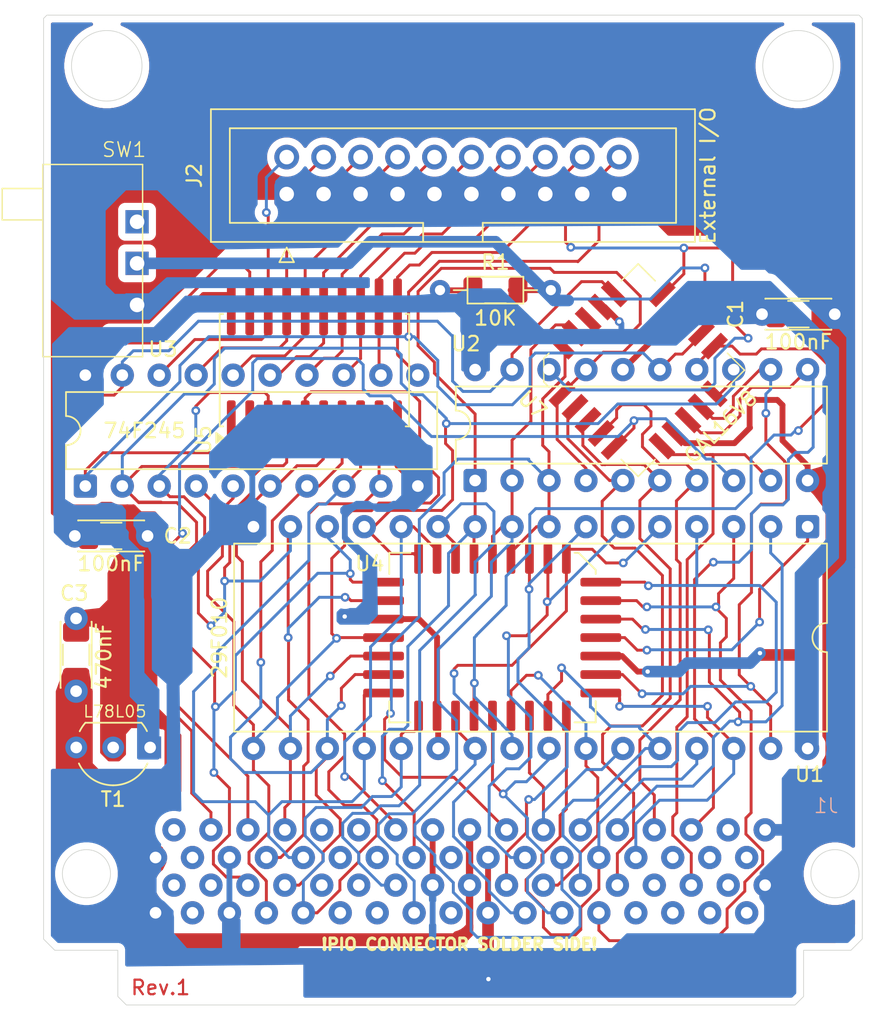
<source format=kicad_pcb>
(kicad_pcb
	(version 20241229)
	(generator "pcbnew")
	(generator_version "9.0")
	(general
		(thickness 1.6)
		(legacy_teardrops no)
	)
	(paper "A4")
	(layers
		(0 "F.Cu" signal)
		(2 "B.Cu" signal)
		(9 "F.Adhes" user "F.Adhesive")
		(11 "B.Adhes" user "B.Adhesive")
		(13 "F.Paste" user)
		(15 "B.Paste" user)
		(5 "F.SilkS" user "F.Silkscreen")
		(7 "B.SilkS" user "B.Silkscreen")
		(1 "F.Mask" user)
		(3 "B.Mask" user)
		(17 "Dwgs.User" user "User.Drawings")
		(19 "Cmts.User" user "User.Comments")
		(21 "Eco1.User" user "User.Eco1")
		(23 "Eco2.User" user "User.Eco2")
		(25 "Edge.Cuts" user)
		(27 "Margin" user)
		(31 "F.CrtYd" user "F.Courtyard")
		(29 "B.CrtYd" user "B.Courtyard")
		(35 "F.Fab" user)
		(33 "B.Fab" user)
		(39 "User.1" user)
		(41 "User.2" user)
		(43 "User.3" user)
		(45 "User.4" user)
	)
	(setup
		(pad_to_mask_clearance 0)
		(allow_soldermask_bridges_in_footprints no)
		(tenting front back)
		(pcbplotparams
			(layerselection 0x00000000_00000000_55555555_5755f5ff)
			(plot_on_all_layers_selection 0x00000000_00000000_00000000_00000000)
			(disableapertmacros no)
			(usegerberextensions no)
			(usegerberattributes yes)
			(usegerberadvancedattributes yes)
			(creategerberjobfile yes)
			(dashed_line_dash_ratio 12.000000)
			(dashed_line_gap_ratio 3.000000)
			(svgprecision 4)
			(plotframeref no)
			(mode 1)
			(useauxorigin no)
			(hpglpennumber 1)
			(hpglpenspeed 20)
			(hpglpendiameter 15.000000)
			(pdf_front_fp_property_popups yes)
			(pdf_back_fp_property_popups yes)
			(pdf_metadata yes)
			(pdf_single_document no)
			(dxfpolygonmode yes)
			(dxfimperialunits yes)
			(dxfusepcbnewfont yes)
			(psnegative no)
			(psa4output no)
			(plot_black_and_white yes)
			(sketchpadsonfab no)
			(plotpadnumbers no)
			(hidednponfab no)
			(sketchdnponfab yes)
			(crossoutdnponfab yes)
			(subtractmaskfromsilk no)
			(outputformat 1)
			(mirror no)
			(drillshape 0)
			(scaleselection 1)
			(outputdirectory "gerbers/")
		)
	)
	(net 0 "")
	(net 1 "unconnected-(J1-DREQ5-Pad3)")
	(net 2 "unconnected-(J1-D11-Pad45)")
	(net 3 "/D7")
	(net 4 "unconnected-(J1-BCLK-Pad33)")
	(net 5 "unconnected-(J1-LRCLK-Pad66)")
	(net 6 "unconnected-(J1-D15-Pad47)")
	(net 7 "unconnected-(J1-D8-Pad10)")
	(net 8 "unconnected-(J1-NC-Pad31)")
	(net 9 "unconnected-(J1-NC-Pad65)")
	(net 10 "unconnected-(J1-~{DACK5}-Pad36)")
	(net 11 "unconnected-(J1-SYSCK-Pad32)")
	(net 12 "unconnected-(J1-D9-Pad44)")
	(net 13 "unconnected-(J1-D14-Pad13)")
	(net 14 "unconnected-(J1-~{IRQ10}-Pad37)")
	(net 15 "unconnected-(J1-+3.5V-Pad51)")
	(net 16 "unconnected-(J1-D12-Pad12)")
	(net 17 "unconnected-(J1-~{RESET}-Pad2)")
	(net 18 "unconnected-(J1-SDIN-Pad67)")
	(net 19 "unconnected-(J1-A21-Pad62)")
	(net 20 "unconnected-(J1-A19-Pad61)")
	(net 21 "unconnected-(J1-A22-Pad29)")
	(net 22 "unconnected-(J1-D13-Pad46)")
	(net 23 "unconnected-(J1-+3.5V-Pad17)")
	(net 24 "/A0")
	(net 25 "unconnected-(J1-~{SWR1}-Pad38)")
	(net 26 "unconnected-(J1-A23-Pad63)")
	(net 27 "unconnected-(J1-D10-Pad11)")
	(net 28 "/XCVR_B0")
	(net 29 "/XCVR_B1")
	(net 30 "/XCVR_B2")
	(net 31 "/XCVR_B3")
	(net 32 "/XCVR_B4")
	(net 33 "/EXT_STROBE")
	(net 34 "/XCVR_B6")
	(net 35 "/A1")
	(net 36 "/XCVR_B5")
	(net 37 "/XCVR_B7")
	(net 38 "/EXT_ACK")
	(net 39 "/~{XCVR_EN}")
	(net 40 "/A2")
	(net 41 "/A5")
	(net 42 "/A3")
	(net 43 "/A4")
	(net 44 "/UNK1")
	(net 45 "/A18")
	(net 46 "/A17")
	(net 47 "/A20")
	(net 48 "/~{CS0}")
	(net 49 "/~{SWR0}")
	(net 50 "/~{SRD}")
	(net 51 "/~{EEPROM_WR}")
	(net 52 "/D0")
	(net 53 "/~{EEPROM_OE}")
	(net 54 "VCC")
	(net 55 "/SWITCH")
	(net 56 "GND")
	(net 57 "/D1")
	(net 58 "/D2")
	(net 59 "/D3")
	(net 60 "/D4")
	(net 61 "/D5")
	(net 62 "unconnected-(SW1-A-Pad1)")
	(net 63 "/A6")
	(net 64 "/D6")
	(net 65 "+7.5V")
	(net 66 "/A7")
	(net 67 "/A9")
	(net 68 "/A8")
	(net 69 "/A10")
	(net 70 "/A11")
	(net 71 "/A12")
	(net 72 "/A13")
	(net 73 "/ROM_P1")
	(net 74 "/A14")
	(net 75 "/A15")
	(net 76 "/A16")
	(footprint "PR_Footprints:C_Disc_1206_P5.00mm" (layer "F.Cu") (at 91.734 92.329))
	(footprint "PR_Footprints:PLCC-32" (layer "F.Cu") (at 121.035093 99.1616 -90))
	(footprint "Connector_IDC:IDC-Header_2x10_P2.54mm_Vertical" (layer "F.Cu") (at 106.299 68.834 90))
	(footprint "PR_Footprints:C_Disc_1206_P5.00mm" (layer "F.Cu") (at 91.821 102.997 90))
	(footprint "PR_Footprints:PLCC-20" (layer "F.Cu") (at 130.556 81.026 45))
	(footprint "Package_DIP:DIP-20_W7.62mm" (layer "F.Cu") (at 92.456 88.9 90))
	(footprint "PR_Footprints:SOP-20" (layer "F.Cu") (at 108.204 80.941 90))
	(footprint "PR_Footprints:C_Disc_1206_P5.00mm" (layer "F.Cu") (at 138.978 77.089))
	(footprint "Package_TO_SOT_THT:TO-92L_Inline_Wide" (layer "F.Cu") (at 96.911 106.865 180))
	(footprint "PR_Footprints:R_Axial_DIN0204_L3.6mm_D1.6mm_P7.62mm_Horizontal" (layer "F.Cu") (at 116.84 75.438))
	(footprint "Package_DIP:DIP-20_W7.62mm" (layer "F.Cu") (at 119.253 88.519 90))
	(footprint "PR_Footprints:SPDT_Switch" (layer "F.Cu") (at 93.1418 73.9648))
	(footprint "Package_DIP:DIP-32_W15.24mm" (layer "F.Cu") (at 142.113 91.694 -90))
	(footprint "PR_Footprints:PIO_Connector" (layer "B.Cu") (at 118.872 114.803 180))
	(gr_poly
		(pts
			(xy 103.296055 61.578133) (xy 103.295213 61.578382) (xy 103.294382 61.578575) (xy 103.293563 61.578711)
			(xy 103.292756 61.57879) (xy 103.291961 61.578813) (xy 103.291177 61.578779) (xy 103.290405 61.578688)
			(xy 103.289645 61.57854) (xy 103.288897 61.578335) (xy 103.288161 61.578074) (xy 103.287436 61.577756)
			(xy 103.286724 61.577381) (xy 103.286022 61.57695) (xy 103.285333 61.576462) (xy 103.284656 61.575917)
			(xy 103.28399 61.575315) (xy 103.285975 61.574323)
		)
		(stroke
			(width 0)
			(type solid)
		)
		(fill yes)
		(layer "F.Cu")
		(uuid "00bcb21b-45ef-4317-945a-261dee7f17e3")
	)
	(gr_line
		(start 101.03998 60.864314)
		(end 100.964137 60.838755)
		(stroke
			(width 0.007937)
			(type solid)
			(color 122 182 80 1)
		)
		(layer "F.Cu")
		(uuid "0489255a-8fbf-47bf-8120-19c0b16c7835")
	)
	(gr_line
		(start 100.697238 60.754974)
		(end 100.670568 60.745529)
		(stroke
			(width 0.007937)
			(type solid)
			(color 122 182 80 1)
		)
		(layer "F.Cu")
		(uuid "04d3296c-8b55-4213-b854-68ee6d71c7dc")
	)
	(gr_line
		(start 100.841225 60.799424)
		(end 100.826501 60.796289)
		(stroke
			(width 0.007937)
			(type solid)
			(color 54 167 110 1)
		)
		(layer "F.Cu")
		(uuid "058d7517-b934-435d-8226-8b1bd7a34981")
	)
	(gr_line
		(start 103.540133 61.655523)
		(end 103.532037 61.652706)
		(stroke
			(width 0.007937)
			(type solid)
			(color 73 168 100 1)
		)
		(layer "F.Cu")
		(uuid "072182a4-9b2a-48a3-bd09-794aa458699e")
	)
	(gr_line
		(start 101.89592 61.133474)
		(end 101.894769 61.134625)
		(stroke
			(width 0.007937)
			(type solid)
			(color 127 165 52 1)
		)
		(layer "F.Cu")
		(uuid "07b89b68-a6b4-4c5d-8bce-fd51e38713f2")
	)
	(gr_line
		(start 103.571725 61.666597)
		(end 103.562795 61.663303)
		(stroke
			(width 0.007937)
			(type solid)
			(color 122 182 80 1)
		)
		(layer "F.Cu")
		(uuid "07ff6185-2369-4e35-b34f-274d1914fa9b")
	)
	(gr_line
		(start 103.385193 61.607065)
		(end 103.36535 61.599802)
		(stroke
			(width 0.007937)
			(type solid)
			(color 122 182 80 1)
		)
		(layer "F.Cu")
		(uuid "083b993d-1eeb-4826-a12e-b7f197ab56c3")
	)
	(gr_curve
		(pts
			(xy 102.057488 60.900786) (xy 102.057408 60.894198) (xy 102.059829 60.884554) (xy 102.057488 60.875664)
		)
		(stroke
			(width 0.007937)
			(type solid)
			(color 111 85 100 1)
		)
		(layer "F.Cu")
		(uuid "0984da8b-5278-4e30-88ea-9613f813459c")
	)
	(gr_line
		(start 101.89592 61.133474)
		(end 101.85524 61.121886)
		(stroke
			(width 0.007937)
			(type solid)
			(color 54 167 110 1)
		)
		(layer "F.Cu")
		(uuid "09de9327-c976-4220-b694-395260de882f")
	)
	(gr_line
		(start 100.360014 60.646151)
		(end 100.357712 60.646032)
		(stroke
			(width 0.007937)
			(type solid)
			(color 122 182 80 1)
		)
		(layer "F.Cu")
		(uuid "0a1e9b56-ed52-4081-b450-9bc2e56bf62e")
	)
	(gr_line
		(start 101.894769 61.134625)
		(end 101.906675 61.138594)
		(stroke
			(width 0.007937)
			(type solid)
			(color 195 180 22 1)
		)
		(layer "F.Cu")
		(uuid "0aedf6fb-6fb1-416e-ac0e-90deb28a70aa")
	)
	(gr_line
		(start 103.584623 61.67124)
		(end 103.606451 61.677193)
		(stroke
			(width 0.007937)
			(type solid)
			(color 195 180 22 1)
		)
		(layer "F.Cu")
		(uuid "0af3c0e8-6a71-4150-9e49-4e74935397bd")
	)
	(gr_poly
		(pts
			(xy 103.727498 61.714896) (xy 103.726772 61.71514) (xy 103.726051 61.715338) (xy 103.725337 61.71549)
			(xy 103.724628 61.715595) (xy 103.723925 61.715654) (xy 103.723229 61.715666) (xy 103.722538 61.715631)
			(xy 103.721853 61.71555) (xy 103.721173 61.715423) (xy 103.7205 61.715249) (xy 103.719833 61.715029)
			(xy 103.719171 61.714762) (xy 103.718516 61.714448) (xy 103.717866 61.714088) (xy 103.717222 61.713682)
			(xy 103.716584 61.713229) (xy 103.71956 61.711919)
		)
		(stroke
			(width 0)
			(type solid)
		)
		(fill yes)
		(layer "F.Cu")
		(uuid "0baf3549-35cb-4912-bcfa-6f589de9d6ad")
	)
	(gr_line
		(start 103.606451 61.677193)
		(end 103.585615 61.669573)
		(stroke
			(width 0.007937)
			(type solid)
			(color 73 168 100 1)
		)
		(layer "F.Cu")
		(uuid "0c373892-9000-4f8b-9f1c-e533cc6903bf")
	)
	(gr_line
		(start 101.766102 61.091961)
		(end 101.756021 61.090135)
		(stroke
			(width 0.007937)
			(type solid)
			(color 54 167 110 1)
		)
		(layer "F.Cu")
		(uuid "0d7321b3-c402-49d4-81b3-9707fb6c55ca")
	)
	(gr_line
		(start 100.350131 60.645357)
		(end 100.314373 60.632419)
		(stroke
			(width 0.007937)
			(type solid)
			(color 122 182 80 1)
		)
		(layer "F.Cu")
		(uuid "1069d95f-f67f-42bf-b6e4-49e7e3845d4d")
	)
	(gr_poly
		(pts
			(xy 100.756726 60.772802) (xy 100.763442 60.774213) (xy 100.770091 60.775877) (xy 100.776673 60.777795)
			(xy 100.783188 60.779965) (xy 100.789636 60.782388) (xy 100.796017 60.785065) (xy 100.802331 60.787994)
			(xy 100.795531 60.786819) (xy 100.788802 60.785395) (xy 100.782146 60.783723) (xy 100.775562 60.781803)
			(xy 100.769049 60.779635) (xy 100.762609 60.777219) (xy 100.75624 60.774555) (xy 100.749943 60.771643)
		)
		(stroke
			(width 0)
			(type solid)
		)
		(fill yes)
		(layer "F.Cu")
		(uuid "10cdf303-fec9-4ad2-991b-d09e1034b032")
	)
	(gr_line
		(start 103.479451 61.636513)
		(end 103.458615 61.630877)
		(stroke
			(width 0.007937)
			(type solid)
			(color 54 167 110 1)
		)
		(layer "F.Cu")
		(uuid "12290ffb-e8fa-4d3a-9d60-f24f4f9db71b")
	)
	(gr_line
		(start 100.470147 60.681354)
		(end 100.466178 60.682346)
		(stroke
			(width 0.007937)
			(type solid)
			(color 127 165 52 1)
		)
		(layer "F.Cu")
		(uuid "124c17a6-dd1d-439a-a06b-40d117088932")
	)
	(gr_poly
		(pts
			(xy 101.996012 61.166381) (xy 101.998015 61.16646) (xy 101.999998 61.166611) (xy 102.00196 61.166834)
			(xy 102.003902 61.167129) (xy 102.005823 61.167497) (xy 102.007724 61.167937) (xy 102.009605 61.168449)
			(xy 102.011465 61.169033) (xy 102.013304 61.16969) (xy 102.015123 61.170418) (xy 102.016922 61.171219)
			(xy 102.0187 61.172093) (xy 102.020458 61.173038) (xy 102.022195 61.174056) (xy 102.023912 61.175146)
			(xy 102.020015 61.174558) (xy 102.016163 61.173824) (xy 102.012355 61.172945) (xy 102.008593 61.171921)
			(xy 102.004874 61.170752) (xy 102.001201 61.169438) (xy 101.997572 61.167979) (xy 101.993988 61.166375)
		)
		(stroke
			(width 0)
			(type solid)
		)
		(fill yes)
		(layer "F.Cu")
		(uuid "136b007d-71d8-4dbb-9ef7-e228e245d595")
	)
	(gr_line
		(start 105.469819 61.267459)
		(end 104.536131 60.97782)
		(stroke
			(width 0.007937)
			(type solid)
			(color 25 140 169 1)
		)
		(layer "F.Cu")
		(uuid "13bf84ef-5a40-488c-8092-963b84915446")
	)
	(gr_line
		(start 103.779925 61.731922)
		(end 103.768178 61.728945)
		(stroke
			(width 0.007937)
			(type solid)
			(color 73 168 100 1)
		)
		(layer "F.Cu")
		(uuid "156f1c45-3641-44c2-b3c5-fef414b21302")
	)
	(gr_line
		(start 101.756021 61.090135)
		(end 101.766102 61.091961)
		(stroke
			(width 0.007937)
			(type solid)
			(color 175 179 32 1)
		)
		(layer "F.Cu")
		(uuid "1694eb9c-cb66-4096-8ce1-66c185b0ab0f")
	)
	(gr_line
		(start 100.250873 60.613568)
		(end 100.23218 60.607774)
		(stroke
			(width 0.007937)
			(type solid)
			(color 73 168 100 1)
		)
		(layer "F.Cu")
		(uuid "1770da3e-1542-47c9-9669-9ac5a13bb06b")
	)
	(gr_line
		(start 100.826501 60.796289)
		(end 100.802331 60.787994)
		(stroke
			(width 0.007937)
			(type solid)
			(color 122 182 80 1)
		)
		(layer "F.Cu")
		(uuid "18baf0fd-e086-41ed-acc7-18dd659c682e")
	)
	(gr_line
		(start 102.058004 61.187211)
		(end 102.057488 60.900786)
		(stroke
			(width 0.007937)
			(type solid)
			(color 111 85 100 1)
		)
		(layer "F.Cu")
		(uuid "19ed30f3-e1c4-4b50-816b-d8871e3f4858")
	)
	(gr_line
		(start 103.727498 61.714896)
		(end 103.71956 61.711919)
		(stroke
			(width 0.007937)
			(type solid)
			(color 73 168 100 1)
		)
		(layer "F.Cu")
		(uuid "19ee8ac3-d02d-4068-82f2-b37f18a0b10d")
	)
	(gr_poly
		(pts
			(xy 103.637013 61.686307) (xy 103.64083 61.68702) (xy 103.644613 61.687865) (xy 103.648361 61.688841)
			(xy 103.652074 61.689949) (xy 103.655753 61.691188) (xy 103.659397 61.692558) (xy 103.663006 61.69406)
			(xy 103.661043 61.694028) (xy 103.659093 61.69393) (xy 103.657156 61.693767) (xy 103.655232 61.693539)
			(xy 103.653321 61.693246) (xy 103.651423 61.692888) (xy 103.649538 61.692465) (xy 103.647667 61.691977)
			(xy 103.645808 61.691423) (xy 103.643962 61.690804) (xy 103.642129 61.690121) (xy 103.640309 61.689372)
			(xy 103.638503 61.688558) (xy 103.636709 61.687679) (xy 103.634928 61.686735) (xy 103.633161 61.685726)
		)
		(stroke
			(width 0)
			(type solid)
		)
		(fill yes)
		(layer "F.Cu")
		(uuid "1d902126-e390-436a-821d-b121674c06b5")
	)
	(gr_line
		(start 103.585615 61.669573)
		(end 103.584623 61.67124)
		(stroke
			(width 0.007937)
			(type solid)
			(color 127 165 52 1)
		)
		(layer "F.Cu")
		(uuid "1f2565f2-9a4b-4ca8-842d-7036b2258e62")
	)
	(gr_poly
		(pts
			(xy 100.831434 60.796033) (xy 100.832385 60.796116) (xy 100.833323 60.796245) (xy 100.83425 60.796418)
			(xy 100.835164 60.796637) (xy 100.836066 60.7969) (xy 100.836956 60.797208) (xy 100.837834 60.797562)
			(xy 100.8387 60.79796) (xy 100.839553 60.798403) (xy 100.840395 60.798891) (xy 100.841225 60.799424)
			(xy 100.838248 60.800417) (xy 100.826501 60.796289) (xy 100.827512 60.796148) (xy 100.82851 60.796052)
			(xy 100.829497 60.796) (xy 100.830472 60.795994)
		)
		(stroke
			(width 0)
			(type solid)
		)
		(fill yes)
		(layer "F.Cu")
		(uuid "1f649d73-2916-4d59-acf5-7adf62fab87d")
	)
	(gr_line
		(start 103.768178 61.728945)
		(end 103.779925 61.731922)
		(stroke
			(width 0.007937)
			(type solid)
			(color 195 180 22 1)
		)
		(layer "F.Cu")
		(uuid "20ed37d6-a907-4afb-89d4-03186f5cdecf")
	)
	(gr_line
		(start 103.088688 60.526414)
		(end 103.087775 60.531375)
		(stroke
			(width 0.007937)
			(type solid)
			(color 111 85 100 1)
		)
		(layer "F.Cu")
		(uuid "215554dd-1f5c-400b-b184-fe5510034f46")
	)
	(gr_poly
		(pts
			(xy 103.271621 61.570324) (xy 103.272773 61.570394) (xy 103.273918 61.570503) (xy 103.275054 61.570652)
			(xy 103.276183 61.57084) (xy 103.277303 61.571069) (xy 103.278415 61.571336) (xy 103.279519 61.571644)
			(xy 103.280615 61.571991) (xy 103.281703 61.572378) (xy 103.282783 61.572805) (xy 103.283855 61.573271)
			(xy 103.284919 61.573777) (xy 103.285975 61.574323) (xy 103.28399 61.575315) (xy 103.282942 61.575203)
			(xy 103.281902 61.575064) (xy 103.280868 61.574899) (xy 103.279843 61.574708) (xy 103.278825 61.57449)
			(xy 103.277814 61.574246) (xy 103.27681 61.573975) (xy 103.275815 61.573678) (xy 103.274826 61.573355)
			(xy 103.273845 61.573005) (xy 103.272871 61.572629) (xy 103.271905 61.572227) (xy 103.270947 61.571798)
			(xy 103.269995 61.571343) (xy 103.269051 61.570862) (xy 103.268115 61.570354) (xy 103.269292 61.570304)
			(xy 103.27046 61.570295)
		)
		(stroke
			(width 0)
			(type solid)
		)
		(fill yes)
		(layer "F.Cu")
		(uuid "2222cb6d-3d5f-418d-802a-2a925aaa9a3b")
	)
	(gr_line
		(start 103.385193 61.607065)
		(end 103.398092 61.612026)
		(stroke
			(width 0.007937)
			(type solid)
			(color 175 179 32 1)
		)
		(layer "F.Cu")
		(uuid "269c34bd-8f8e-49de-b1d9-c0a462225fb5")
	)
	(gr_poly
		(pts
			(xy 101.896734 61.133531) (xy 101.897529 61.133624) (xy 101.898305 61.133751) (xy 101.899063 61.133913)
			(xy 101.899801 61.134111) (xy 101.90052 61.134343) (xy 101.901221 61.13461) (xy 101.901903 61.134913)
			(xy 101.902566 61.13525) (xy 101.903209 61.135623) (xy 101.903834 61.13603) (xy 101.90444 61.136473)
			(xy 101.905028 61.136951) (xy 101.905596 61.137463) (xy 101.906145 61.138011) (xy 101.906675 61.138594)
			(xy 101.905824 61.138597) (xy 101.904987 61.138566) (xy 101.904165 61.138503) (xy 101.903356 61.138405)
			(xy 101.902562 61.138274) (xy 101.901783 61.13811) (xy 101.901017 61.137912) (xy 101.900266 61.137681)
			(xy 101.899529 61.137416) (xy 101.898806 61.137118) (xy 101.898098 61.136786) (xy 101.897403 61.136421)
			(xy 101.896723 61.136022) (xy 101.896058 61.13559) (xy 101.895406 61.135124) (xy 101.894769 61.134625)
			(xy 101.89592 61.133474)
		)
		(stroke
			(width 0)
			(type solid)
		)
		(fill yes)
		(layer "F.Cu")
		(uuid "281c2de9-2f47-4dac-860e-823531ab058a")
	)
	(gr_line
		(start 103.36535 61.599802)
		(end 103.357412 61.597143)
		(stroke
			(width 0.007937)
			(type solid)
			(color 73 168 100 1)
		)
		(layer "F.Cu")
		(uuid "294ec5f4-8aa4-4fae-96dc-4e166d8327e4")
	)
	(gr_line
		(start 101.839206 61.115774)
		(end 101.85524 61.121885)
		(stroke
			(width 0.007937)
			(type solid)
			(color 122 182 80 1)
		)
		(layer "F.Cu")
		(uuid "29bf9e01-29ce-4339-8083-55a093bf53da")
	)
	(gr_line
		(start 103.684834 61.702315)
		(end 103.663006 61.694061)
		(stroke
			(width 0.007937)
			(type solid)
			(color 122 182 80 1)
		)
		(layer "F.Cu")
		(uuid "29fe78e4-3181-47c5-bb07-4ff0d5946f5d")
	)
	(gr_line
		(start 100.466178 60.682346)
		(end 100.491975 60.688974)
		(stroke
			(width 0.007937)
			(type solid)
			(color 195 180 22 1)
		)
		(layer "F.Cu")
		(uuid "2a3d7ce2-414d-4ae6-8dac-00e9c3f1c5d5")
	)
	(gr_line
		(start 100.529678 60.70219)
		(end 100.540751 60.704016)
		(stroke
			(width 0.007937)
			(type solid)
			(color 175 179 32 1)
		)
		(layer "F.Cu")
		(uuid "2a89c027-0d5f-4c8b-8d43-2d83b715f64a")
	)
	(gr_line
		(start 101.839206 61.115774)
		(end 101.806623 61.106685)
		(stroke
			(width 0.007937)
			(type solid)
			(color 54 167 110 1)
		)
		(layer "F.Cu")
		(uuid "2b903f3c-5730-475b-9abf-929efc5ecb9d")
	)
	(gr_line
		(start 100.611871 60.72763)
		(end 100.576311 60.717073)
		(stroke
			(width 0.007937)
			(type solid)
			(color 54 167 110 1)
		)
		(layer "F.Cu")
		(uuid "2cd2fa77-5a3f-4f57-847b-673cdb050ea5")
	)
	(gr_line
		(start 103.758256 61.726128)
		(end 103.768178 61.728945)
		(stroke
			(width 0.007937)
			(type solid)
			(color 175 179 32 1)
		)
		(layer "F.Cu")
		(uuid "2d5a5b0e-263b-432d-b4b0-fe000043d099")
	)
	(gr_line
		(start 102.057488 60.500617)
		(end 102.057567 60.203041)
		(stroke
			(width 0.007937)
			(type solid)
			(color 111 85 100 1)
		)
		(layer "F.Cu")
		(uuid "2eaf9619-f752-453e-b5d2-e52c6420805d")
	)
	(gr_poly
		(pts
			(xy 103.36535 61.599802) (xy 103.36465 61.599982) (xy 103.363962 61.600124) (xy 103.363284 61.600228)
			(xy 103.362616 61.600294) (xy 103.361959 61.600322) (xy 103.361313 61.600313) (xy 103.360677 61.600265)
			(xy 103.360051 61.60018) (xy 103.359436 61.600057) (xy 103.358832 61.599896) (xy 103.358238 61.599697)
			(xy 103.357655 61.59946) (xy 103.357082 61.599186) (xy 103.35652 61.598874) (xy 103.355969 61.598524)
			(xy 103.355428 61.598136) (xy 103.357412 61.597143)
		)
		(stroke
			(width 0)
			(type solid)
		)
		(fill yes)
		(layer "F.Cu")
		(uuid "3147e5af-d8c6-4c44-986b-773cd0d033f5")
	)
	(gr_line
		(start 101.693514 61.070292)
		(end 101.710381 61.074935)
		(stroke
			(width 0.007937)
			(type solid)
			(color 175 179 32 1)
		)
		(layer "F.Cu")
		(uuid "3395e83a-cef0-438d-9a01-1cc251794a0a")
	)
	(gr_line
		(start 103.997532 60.81018)
		(end 103.995587 60.806767)
		(stroke
			(width 0.007937)
			(type solid)
			(color 25 140 169 1)
		)
		(layer "F.Cu")
		(uuid "345ab2b9-19c5-49da-91d7-6ccab78076b8")
	)
	(gr_poly
		(pts
			(xy 103.401068 61.611034) (xy 103.419086 61.616828) (xy 103.418661 61.617211) (xy 103.41845 61.617384)
			(xy 103.418239 61.617544) (xy 103.41803 61.617693) (xy 103.41782 61.617829) (xy 103.417612 61.617954)
			(xy 103.417405 61.618066) (xy 103.417198 61.618166) (xy 103.416992 61.618254) (xy 103.416787 61.618329)
			(xy 103.416582 61.618393) (xy 103.416379 61.618444) (xy 103.416176 61.618483) (xy 103.415974 61.61851)
			(xy 103.415772 61.618525) (xy 103.415572 61.618527) (xy 103.415372 61.618518) (xy 103.415173 61.618496)
			(xy 103.414975 61.618462) (xy 103.414777 61.618416) (xy 103.414581 61.618358) (xy 103.414385 61.618287)
			(xy 103.41419 61.618205) (xy 103.413995 61.61811) (xy 103.413802 61.618003) (xy 103.413609 61.617884)
			(xy 103.413417 61.617753) (xy 103.413226 61.617609) (xy 103.413035 61.617454) (xy 103.412846 61.617286)
			(xy 103.412657 61.617106) (xy 103.412529 61.616989) (xy 103.412397 61.616877) (xy 103.41226 61.616772)
			(xy 103.412119 61.616672) (xy 103.411973 61.616579) (xy 103.411824 61.616493) (xy 103.41167 61.616412)
			(xy 103.411513 61.616339) (xy 103.411353 61.616271) (xy 103.41119 61.616211) (xy 103.411023 61.616157)
			(xy 103.410855 61.616111) (xy 103.410683 61.616071) (xy 103.41051 61.616038) (xy 103.410334 61.616013)
			(xy 103.410156 61.615994) (xy 103.409347 61.615923) (xy 103.408544 61.615828) (xy 103.407749 61.61571)
			(xy 103.406962 61.615568) (xy 103.406182 61.615402) (xy 103.405409 61.615213) (xy 103.404644 61.615)
			(xy 103.403886 61.614764) (xy 103.403136 61.614504) (xy 103.402393 61.614221) (xy 103.401657 61.613914)
			(xy 103.400929 61.613583) (xy 103.400209 61.613229) (xy 103.399496 61.612852) (xy 103.39879 61.61245)
			(xy 103.398092 61.612026) (xy 103.401068 61.611034)
		)
		(stroke
			(width 0)
			(type solid)
		)
		(fill yes)
		(layer "F.Cu")
		(uuid "34e486b4-0d58-42fc-8aa3-7176a7761266")
	)
	(gr_line
		(start 103.716584 61.713229)
		(end 103.727498 61.714896)
		(stroke
			(width 0.007937)
			(type solid)
			(color 195 180 22 1)
		)
		(layer "F.Cu")
		(uuid "35126661-f99c-46dc-9b4e-934a96c72212")
	)
	(gr_line
		(start 103.086664 62.085894)
		(end 103.089363 62.099031)
		(stroke
			(width 0.007937)
			(type solid)
			(color 233 97 22 1)
		)
		(layer "F.Cu")
		(uuid "36845a74-87b9-435a-84ee-255ee64e7f92")
	)
	(gr_line
		(start 103.663006 61.69406)
		(end 103.633161 61.685726)
		(stroke
			(width 0.007937)
			(type solid)
			(color 54 167 110 1)
		)
		(layer "F.Cu")
		(uuid "36d60761-a46a-4d20-b3aa-3e40a87cdcf1")
	)
	(gr_curve
		(pts
			(xy 103.086704 61.117401) (xy 103.086704 61.119504) (xy 103.087577 61.120536) (xy 103.087696 61.122719)
		)
		(stroke
			(width 0.007937)
			(type solid)
			(color 111 85 100 1)
		)
		(layer "F.Cu")
		(uuid "37144819-2629-4fe1-8b02-418ceb8c066c")
	)
	(gr_poly
		(pts
			(xy 100.274602 60.619823) (xy 100.275556 60.619871) (xy 100.276505 60.619945) (xy 100.277448 60.620045)
			(xy 100.278386 60.620172) (xy 100.279319 60.620325) (xy 100.280247 60.620504) (xy 100.281169 60.62071)
			(xy 100.282086 60.620942) (xy 100.282998 60.6212) (xy 100.283904 60.621485) (xy 100.284805 60.621796)
			(xy 100.285701 60.622134) (xy 100.286592 60.622497) (xy 100.281631 60.623807) (xy 100.271709 60.619838)
			(xy 100.272679 60.619807) (xy 100.273643 60.619802)
		)
		(stroke
			(width 0)
			(type solid)
		)
		(fill yes)
		(layer "F.Cu")
		(uuid "387089b4-e8e1-44ed-a062-f588fd54f037")
	)
	(gr_line
		(start 101.766102 61.091961)
		(end 101.806623 61.106685)
		(stroke
			(width 0.007937)
			(type solid)
			(color 122 182 80 1)
		)
		(layer "F.Cu")
		(uuid "3924f462-f55e-417b-9a4d-e540af248e9f")
	)
	(gr_line
		(start 100.357712 60.646032)
		(end 100.350131 60.645357)
		(stroke
			(width 0.007937)
			(type solid)
			(color 122 182 80 1)
		)
		(layer "F.Cu")
		(uuid "393b819f-6573-4cc2-af09-7783a3716265")
	)
	(gr_line
		(start 103.401068 61.611034)
		(end 103.385193 61.607065)
		(stroke
			(width 0.007937)
			(type solid)
			(color 54 167 110 1)
		)
		(layer "F.Cu")
		(uuid "3bd8a432-ee0b-48c0-b92b-bd85216deb38")
	)
	(gr_line
		(start 101.958428 61.15431)
		(end 101.993988 61.166375)
		(stroke
			(width 0.007937)
			(type solid)
			(color 122 182 80 1)
		)
		(layer "F.Cu")
		(uuid "3e06f77b-917e-462d-80be-d8d47aa75254")
	)
	(gr_line
		(start 103.268115 61.570354)
		(end 103.213862 61.552535)
		(stroke
			(width 0.007937)
			(type solid)
			(color 122 182 80 1)
		)
		(layer "F.Cu")
		(uuid "3e76db62-565a-4297-acee-dbeb3cb14f12")
	)
	(gr_line
		(start 103.296055 61.578133)
		(end 103.285975 61.574323)
		(stroke
			(width 0.007937)
			(type solid)
			(color 73 168 100 1)
		)
		(layer "F.Cu")
		(uuid "3ed0e2cc-e019-4c52-a5f2-e0727d10c3ba")
	)
	(gr_line
		(start 100.838248 60.800417)
		(end 100.856107 60.80506)
		(stroke
			(width 0.007937)
			(type solid)
			(color 195 180 22 1)
		)
		(layer "F.Cu")
		(uuid "407bce61-bc6f-4f02-a473-98c4b226561c")
	)
	(gr_poly
		(pts
			(xy 100.915639 60.822919) (xy 100.914816 60.823155) (xy 100.913996 60.823345) (xy 100.913178 60.82349)
			(xy 100.912362 60.823589) (xy 100.911548 60.823643) (xy 100.910737 60.823652) (xy 100.909927 60.823616)
			(xy 100.90912 60.823534) (xy 100.908315 60.823408) (xy 100.907512 60.823236) (xy 100.906711 60.823018)
			(xy 100.905913 60.822756) (xy 100.905116 60.822448) (xy 100.904322 60.822095) (xy 100.90353 60.821696)
			(xy 100.90274 60.821252) (xy 100.906709 60.82026)
		)
		(stroke
			(width 0)
			(type solid)
		)
		(fill yes)
		(layer "F.Cu")
		(uuid "40c387d5-e360-4169-bf1b-4ff3792e91d0")
	)
	(gr_line
		(start 100.802331 60.787994)
		(end 100.749943 60.771643)
		(stroke
			(width 0.007937)
			(type solid)
			(color 73 168 100 1)
		)
		(layer "F.Cu")
		(uuid "41308cc6-b706-4db1-893f-fbde4a7ba707")
	)
	(gr_line
		(start 103.524099 61.651714)
		(end 103.528068 61.653698)
		(stroke
			(width 0.007937)
			(type solid)
			(color 175 179 32 1)
		)
		(layer "F.Cu")
		(uuid "4372fbe4-430e-4603-9053-18d8e706bd0e")
	)
	(gr_line
		(start 102.057567 60.203041)
		(end 102.057487 59.944)
		(stroke
			(width 0.007937)
			(type solid)
			(color 136 55 110 1)
		)
		(layer "F.Cu")
		(uuid "45ff6549-90e0-4f31-9723-2a56344ba588")
	)
	(gr_line
		(start 100.915639 60.82292)
		(end 100.906709 60.820261)
		(stroke
			(width 0.007937)
			(type solid)
			(color 73 168 100 1)
		)
		(layer "F.Cu")
		(uuid "48108857-5b1c-4bd9-85d1-2e354fae8418")
	)
	(gr_line
		(start 100.896628 60.819109)
		(end 100.90274 60.821252)
		(stroke
			(width 0.007937)
			(type solid)
			(color 175 179 32 1)
		)
		(layer "F.Cu")
		(uuid "4b195261-d44e-47ba-a7ca-93fc48576de8")
	)
	(gr_line
		(start 100.964137 60.838755)
		(end 100.940443 60.831175)
		(stroke
			(width 0.007937)
			(type solid)
			(color 54 167 110 1)
		)
		(layer "F.Cu")
		(uuid "4ca1ce54-14ab-4738-9f04-e05f881c3401")
	)
	(gr_line
		(start 101.662796 60.082866)
		(end 101.661764 60.079096)
		(stroke
			(width 0.007937)
			(type solid)
			(color 25 140 169 1)
		)
		(layer "F.Cu")
		(uuid "4d9bdbc3-cecf-4d71-936c-0f11874a50a4")
	)
	(gr_poly
		(pts
			(xy 100.23218 60.607774) (xy 100.250873 60.613568) (xy 100.271709 60.619839) (xy 100.281631 60.623808)
			(xy 100.283554 60.624864) (xy 100.285494 60.625852) (xy 100.28745 60.626771) (xy 100.289422 60.62762)
			(xy 100.291411 60.6284) (xy 100.293416 60.629111) (xy 100.295438 60.629753) (xy 100.297476 60.630326)
			(xy 100.299531 60.63083) (xy 100.301602 60.631264) (xy 100.303689 60.63163) (xy 100.305793 60.631926)
			(xy 100.307913 60.632153) (xy 100.31005 60.632311) (xy 100.312203 60.6324) (xy 100.314373 60.63242)
			(xy 100.318885 60.634151) (xy 100.326349 60.636884) (xy 100.336764 60.64062) (xy 100.350131 60.645358)
			(xy 100.350663 60.645537) (xy 100.351188 60.645698) (xy 100.351704 60.645841) (xy 100.352213 60.645966)
			(xy 100.352714 60.646072) (xy 100.353207 60.64616) (xy 100.353692 60.646229) (xy 100.35417 60.646281)
			(xy 100.35464 60.646314) (xy 100.355102 60.646328) (xy 100.355556 60.646325) (xy 100.356003 60.646303)
			(xy 100.356442 60.646263) (xy 100.356873 60.646204) (xy 100.357296 60.646127) (xy 100.357712 60.646032)
			(xy 100.357853 60.646001) (xy 100.357996 60.645975) (xy 100.358139 60.645954) (xy 100.358283 60.645938)
			(xy 100.358428 60.645928) (xy 100.358573 60.645922) (xy 100.358718 60.645922) (xy 100.358863 60.645927)
			(xy 100.359009 60.645937) (xy 100.359154 60.645952) (xy 100.359299 60.645973) (xy 100.359443 60.645998)
			(xy 100.359587 60.646029) (xy 100.35973 60.646065) (xy 100.359872 60.646106) (xy 100.360014 60.646152)
			(xy 100.41637 60.666035) (xy 100.41755 60.666739) (xy 100.418741 60.667391) (xy 100.41994 60.667991)
			(xy 100.42115 60.66854) (xy 100.422369 60.669038) (xy 100.423597 60.669484) (xy 100.424836 60.669879)
			(xy 100.426083 60.670222) (xy 100.427341 60.670514) (xy 100.428608 60.670754) (xy 100.429885 60.670943)
			(xy 100.431171 60.67108) (xy 100.432467 60.671166) (xy 100.433772 60.671201) (xy 100.435087 60.671184)
			(xy 100.436412 60.671115) (xy 100.456256 60.678378) (xy 100.466178 60.682347) (xy 100.467688 60.68314)
			(xy 100.469211 60.683883) (xy 100.470749 60.684575) (xy 100.4723 60.685217) (xy 100.473864 60.685808)
			(xy 100.475442 60.686348) (xy 100.477034 60.686838) (xy 100.47864 60.687278) (xy 100.480259 60.687667)
			(xy 100.481892 60.688005) (xy 100.483538 60.688293) (xy 100.485198 60.688531) (xy 100.486872 60.688717)
			(xy 100.488559 60.688854) (xy 100.49026 60.688939) (xy 100.491975 60.688975) (xy 100.529678 60.702191)
			(xy 100.53034 60.702598) (xy 100.531005 60.702966) (xy 100.531675 60.703295) (xy 100.532349 60.703585)
			(xy 100.533027 60.703835) (xy 100.533709 60.704047) (xy 100.534395 60.70422) (xy 100.535085 60.704354)
			(xy 100.535779 60.704448) (xy 100.536477 60.704504) (xy 100.537179 60.70452) (xy 100.537886 60.704497)
			(xy 100.538596 60.704436) (xy 100.53931 60.704335) (xy 100.540028 60.704195) (xy 100.540751 60.704016)
			(xy 100.576311 60.717073) (xy 100.580599 60.719018) (xy 100.584933 60.720784) (xy 100.589311 60.722372)
			(xy 100.593733 60.72378) (xy 100.598201 60.725011) (xy 100.602713 60.726062) (xy 100.607269 60.726936)
			(xy 100.611871 60.72763) (xy 100.650725 60.740886) (xy 100.670568 60.745529) (xy 100.697238 60.754975)
			(xy 100.703115 60.756922) (xy 100.709397 60.758807) (xy 100.722772 60.762595) (xy 100.729664 60.764598)
			(xy 100.736557 60.76674) (xy 100.74335 60.769072) (xy 100.746678 60.770325) (xy 100.749943 60.771644)
			(xy 100.75624 60.774556) (xy 100.762609 60.77722) (xy 100.769049 60.779636) (xy 100.775562 60.781804)
			(xy 100.782146 60.783724) (xy 100.788802 60.785395) (xy 100.795531 60.786819) (xy 100.802331 60.787995)
			(xy 100.826501 60.79629) (xy 100.838248 60.800417) (xy 100.839295 60.800965) (xy 100.84035 60.801479)
			(xy 100.841415 60.801959) (xy 100.84249 60.802404) (xy 100.843573 60.802815) (xy 100.844666 60.803191)
			(xy 100.845769 60.803533) (xy 100.84688 60.80384) (xy 100.848001 60.804113) (xy 100.849131 60.804352)
			(xy 100.850271 60.804556) (xy 100.851419 60.804726) (xy 100.852577 60.804861) (xy 100.853745 60.804962)
			(xy 100.854921 60.805028) (xy 100.856107 60.80506) (xy 100.896628 60.81911) (xy 100.90274 60.821253)
			(xy 100.90353 60.821696) (xy 100.904322 60.822095) (xy 100.905116 60.822448) (xy 100.905913 60.822756)
			(xy 100.906711 60.823018) (xy 100.907512 60.823236) (xy 100.908315 60.823408) (xy 100.90912 60.823535)
			(xy 100.909927 60.823616) (xy 100.910737 60.823653) (xy 100.911548 60.823644) (xy 100.912362 60.823589)
			(xy 100.913178 60.82349) (xy 100.913996 60.823345) (xy 100.914816 60.823155) (xy 100.915639 60.82292)
			(xy 100.917112 60.823673) (xy 100.918596 60.824394) (xy 100.92009 60.825084) (xy 100.921594 60.825742)
			(xy 100.923109 60.826369) (xy 100.924633 60.826964) (xy 100.926168 60.827527) (xy 100.927714 60.828059)
			(xy 100.929269 60.828559) (xy 100.930835 60.829028) (xy 100.932411 60.829465) (xy 100.933997 60.82987)
			(xy 100.935593 60.830244) (xy 100.9372 60.830586) (xy 100.938816 60.830896) (xy 100.940443 60.831175)
			(xy 100.941792 60.832107) (xy 100.943158 60.832977) (xy 100.944541 60.833787) (xy 100.945943 60.834536)
			(xy 100.947362 60.835223) (xy 100.948798 60.83585) (xy 100.950253 60.836415) (xy 100.951725 60.836919)
			(xy 100.953214 60.837363) (xy 100.954722 60.837745) (xy 100.956247 60.838066) (xy 100.957789 60.838326)
			(xy 100.95935 60.838525) (xy 100.960928 60.838662) (xy 100.962523 60.838739) (xy 100.964137 60.838755)
			(xy 101.03998 60.864314) (xy 100.968096 60.889018) (xy 100.901272 60.912911) (xy 100.840223 60.935405)
			(xy 100.785662 60.955912) (xy 100.771585 60.961826) (xy 100.757959 60.968751) (xy 100.75137 60.972574)
			(xy 100.74496 60.976627) (xy 100.738752 60.980903) (xy 100.732767 60.985393) (xy 100.727029 60.990091)
			(xy 100.721558 60.994988) (xy 100.716378 61.000078) (xy 100.711511 61.005351) (xy 100.706978 61.010802)
			(xy 100.702802 61.016422) (xy 100.699006 61.022203) (xy 100.695611 61.028139) (xy 100.69264 61.034221)
			(xy 100.690115 61.040441) (xy 100.688057 61.046793) (xy 100.686491 61.053268) (xy 100.685436 61.059859)
			(xy 100.684917 61.066559) (xy 100.684955 61.073359) (xy 100.685572 61.080253) (xy 100.68679 61.087232)
			(xy 100.688632 61.094289) (xy 100.69112 61.101416) (xy 100.694276 61.108606) (xy 100.698122 61.115851)
			(xy 100.702681 61.123143) (xy 100.707975 61.130476) (xy 100.714026 61.13784) (xy 100.719532 61.143855)
			(xy 100.725323 61.149631) (xy 100.731387 61.15517) (xy 100.737709 61.160475) (xy 100.751073 61.170392)
			(xy 100.765304 61.1794) (xy 100.780291 61.187521) (xy 100.795923 61.194772) (xy 100.812089 61.201175)
			(xy 100.828678 61.206748) (xy 100.84558 61.21151) (xy 100.862682 61.215482) (xy 100.879874 61.218683)
			(xy 100.897046 61.221132) (xy 100.914085 61.222849) (xy 100.930882 61.223853) (xy 100.947325 61.224165)
			(xy 100.963303 61.223803) (xy 100.973236 61.223264) (xy 100.982965 61.222541) (xy 100.992522 61.221631)
			(xy 101.001942 61.220535) (xy 101.011256 61.219252) (xy 101.020498 61.21778) (xy 101.038898 61.214268)
			(xy 101.057406 61.209994) (xy 101.076286 61.20495) (xy 101.095803 61.199131) (xy 101.116219 61.192529)
			(xy 101.578698 61.038224) (xy 101.58013 61.037723) (xy 101.58155 61.037193) (xy 101.582958 61.036632)
			(xy 101.584353 61.036042) (xy 101.585736 61.035422) (xy 101.587107 61.034772) (xy 101.588465 61.034092)
			(xy 101.58981 61.033383) (xy 101.590359 61.0341) (xy 101.591279 61.034886) (xy 101.594151 61.03665)
			(xy 101.598268 61.038642) (xy 101.603474 61.04083) (xy 101.616522 61.045657) (xy 101.632033 61.05087)
			(xy 101.693514 61.070292) (xy 101.6945 61.070835) (xy 101.695496 61.071345) (xy 101.696501 61.071821)
			(xy 101.697515 61.072264) (xy 101.698537 61.072672) (xy 101.699569 61.073047) (xy 101.70061 61.073388)
			(xy 101.701659 61.073695) (xy 101.702718 61.073968) (xy 101.703786 61.074208) (xy 101.704863 61.074414)
			(xy 101.705948 61.074586) (xy 101.707043 61.074724) (xy 101.708147 61.074828) (xy 101.709259 61.074898)
			(xy 101.710381 61.074935) (xy 101.756021 61.090136) (xy 101.756633 61.090566) (xy 101.757247 61.090954)
			(xy 101.757863 61.0913) (xy 101.758482 61.091604) (xy 101.759103 61.091866) (xy 101.759727 61.092085)
			(xy 101.760354 61.092263) (xy 101.760982 61.092398) (xy 101.761614 61.092491) (xy 101.762247 61.092542)
			(xy 101.762884 61.09255) (xy 101.763522 61.092517) (xy 101.764164 61.092441) (xy 101.764807 61.092323)
			(xy 101.765453 61.092163) (xy 101.766102 61.091961) (xy 101.806623 61.106685) (xy 101.810553 61.108347)
			(xy 101.814523 61.109858) (xy 101.818535 61.111219) (xy 101.822587 61.11243) (xy 101.826681 61.113491)
			(xy 101.830815 61.114402) (xy 101.83499 61.115163) (xy 101.839206 61.115774) (xy 101.85524 61.121886)
			(xy 101.860051 61.123917) (xy 101.864899 61.125822) (xy 101.869785 61.127602) (xy 101.874707 61.129258)
			(xy 101.879667 61.130787) (xy 101.884664 61.132192) (xy 101.889698 61.133471) (xy 101.894769 61.134625)
			(xy 101.895406 61.135124) (xy 101.896058 61.13559) (xy 101.896723 61.136022) (xy 101.897403 61.136421)
			(xy 101.898098 61.136786) (xy 101.898806 61.137118) (xy 101.899529 61.137416) (xy 101.900266 61.137681)
			(xy 101.901017 61.137913) (xy 101.901783 61.13811) (xy 101.902562 61.138275) (xy 101.903356 61.138406)
			(xy 101.904165 61.138503) (xy 101.904987 61.138567) (xy 101.905824 61.138597) (xy 101.906675 61.138594)
			(xy 101.913779 61.139745) (xy 101.916432 61.14109) (xy 101.919104 61.142377) (xy 101.921794 61.143607)
			(xy 101.924502 61.144778) (xy 101.927229 61.145891) (xy 101.929974 61.146946) (xy 101.932737 61.147944)
			(xy 101.935518 61.148883) (xy 101.938318 61.149764) (xy 101.941136 61.150588) (xy 101.943972 61.151353)
			(xy 101.946826 61.15206) (xy 101.949699 61.15271) (xy 101.95259 61.153301) (xy 101.9555 61.153835)
			(xy 101.958428 61.15431) (xy 101.993988 61.166375) (xy 101.997572 61.167979) (xy 102.001201 61.169438)
			(xy 102.004875 61.170752) (xy 102.008593 61.171921) (xy 102.012356 61.172945) (xy 102.016163 61.173824)
			(xy 102.020015 61.174558) (xy 102.023912 61.175146) (xy 102.058004 61.187211) (xy 102.056535 61.47566)
			(xy 102.018664 61.487279) (xy 101.981804 61.498877) (xy 101.912841 61.519667) (xy 101.843384 61.538266)
			(xy 101.77348 61.554697) (xy 101.703176 61.568981) (xy 101.632519 61.581141) (xy 101.561558 61.591198)
			(xy 101.490339 61.599176) (xy 101.418911 61.605096) (xy 101.34732 61.60898) (xy 101.275615 61.61085)
			(xy 101.203842 61.61073) (xy 101.132049 61.60864) (xy 101.060284 61.604603) (xy 100.988594 61.59864)
			(xy 100.917027 61.590776) (xy 100.84563 61.58103) (xy 100.599161 61.543198) (xy 100.379103 61.507489)
			(xy 100.325435 61.498168) (xy 100.271808 61.488155) (xy 100.218283 61.477358) (xy 100.164925 61.465688)
			(xy 100.111795 61.453054) (xy 100.058957 61.439367) (xy 100.006474 61.424535) (xy 99.954408 61.408469)
			(xy 99.920527 61.396903) (xy 99.886611 61.3839) (xy 99.86977 61.376829) (xy 99.853075 61.369362)
			(xy 99.836579 61.361486) (xy 99.820333 61.353189) (xy 99.80439 61.344459) (xy 99.788801 61.335285)
			(xy 99.773617 61.325652) (xy 99.758892 61.31555) (xy 99.744676 61.304966) (xy 99.731022 61.293887)
			(xy 99.717982 61.282302) (xy 99.705607 61.270198) (xy 99.697747 61.261705) (xy 99.690543 61.253068)
			(xy 99.683978 61.244274) (xy 99.678034 61.235314) (xy 99.672696 61.226176) (xy 99.667945 61.216849)
			(xy 99.663765 61.207322) (xy 99.66014 61.197585) (xy 99.657051 61.187625) (xy 99.654483 61.177432)
			(xy 99.652418 61.166996) (xy 99.65084 61.156305) (xy 99.649731 61.145348) (xy 99.649074 61.134115)
			(xy 99.648854 61.122593) (xy 99.649052 61.110773) (xy 99.650672 61.085321) (xy 99.653775 61.060436)
			(xy 99.658307 61.03612) (xy 99.664211 61.012374) (xy 99.671433 60.989199) (xy 99.679917 60.966596)
			(xy 99.689608 60.944567) (xy 99.700451 60.923112) (xy 99.71239 60.902232) (xy 99.725369 60.881929)
			(xy 99.739334 60.862204) (xy 99.754228 60.843057) (xy 99.769998 60.82449) (xy 99.786586 60.806504)
			(xy 99.803939 60.7891) (xy 99.822 60.772278) (xy 99.860027 60.74039) (xy 99.900223 60.710846) (xy 99.942147 60.683657)
			(xy 99.985355 60.65883) (xy 100.029404 60.636375) (xy 100.073852 60.616301) (xy 100.118256 60.598615)
			(xy 100.162172 60.583326)
		)
		(stroke
			(width 0)
			(type solid)
		)
		(fill yes)
		(layer "F.Cu")
		(uuid "4da37875-3691-4cab-abe7-41bccb59489d")
	)
	(gr_poly
		(pts
			(xy 100.578663 60.717151) (xy 100.580999 60.717307) (xy 100.583317 60.717541) (xy 100.585617 60.717852)
			(xy 100.587901 60.71824) (xy 100.590166 60.718706) (xy 100.592415 60.71925) (xy 100.594646 60.719871)
			(xy 100.59686 60.720569) (xy 100.599056 60.721345) (xy 100.601236 60.722199) (xy 100.603397 60.72313)
			(xy 100.605542 60.724139) (xy 100.607669 60.725225) (xy 100.609778 60.726389) (xy 100.611871 60.72763)
			(xy 100.607269 60.726935) (xy 100.602713 60.726062) (xy 100.598201 60.72501) (xy 100.593733 60.72378)
			(xy 100.589311 60.722371) (xy 100.584933 60.720784) (xy 100.580599 60.719017) (xy 100.576311 60.717073)
		)
		(stroke
			(width 0)
			(type solid)
		)
		(fill yes)
		(layer "F.Cu")
		(uuid "4dc68129-acfd-47a1-9e62-345bfb0dad76")
	)
	(gr_poly
		(pts
			(xy 103.386241 61.607067) (xy 103.387282 61.607101) (xy 103.388315 61.607169) (xy 103.38934 61.607269)
			(xy 103.390359 61.607402) (xy 103.391369 61.607568) (xy 103.392373 61.607766) (xy 103.393369 61.607998)
			(xy 103.394357 61.608262) (xy 103.395338 61.60856) (xy 103.396312 61.60889) (xy 103.397278 61.609253)
			(xy 103.398237 61.609649) (xy 103.399188 61.610078) (xy 103.400132 61.61054) (xy 103.401068 61.611034)
			(xy 103.398092 61.612026) (xy 103.385193 61.607065)
		)
		(stroke
			(width 0)
			(type solid)
		)
		(fill yes)
		(layer "F.Cu")
		(uuid "4dfe3224-8b72-4399-9b87-ad6c5ab538d4")
	)
	(gr_line
		(start 101.906675 61.138594)
		(end 101.913779 61.139744)
		(stroke
			(width 0.007937)
			(type solid)
			(color 122 182 80 1)
		)
		(layer "F.Cu")
		(uuid "4f1dfcdc-201e-4c6f-9a55-bf0f0e890531")
	)
	(gr_poly
		(pts
			(xy 102.061893 57.269108) (xy 102.062119 57.269133) (xy 102.062344 57.269171) (xy 102.062567 57.269222)
			(xy 102.731277 57.445032) (xy 103.398409 57.622837) (xy 103.522198 57.6589) (xy 103.583902 57.678856)
			(xy 103.645324 57.70018) (xy 103.706347 57.722933) (xy 103.766855 57.747178) (xy 103.826732 57.772978)
			(xy 103.885861 57.800394) (xy 103.944126 57.82949) (xy 104.00141 57.860328) (xy 104.057598 57.89297)
			(xy 104.112572 57.927479) (xy 104.166216 57.963918) (xy 104.218415 58.002348) (xy 104.269051 58.042833)
			(xy 104.318008 58.085435) (xy 104.364142 58.129526) (xy 104.407429 58.175348) (xy 104.447873 58.22284)
			(xy 104.485476 58.271939) (xy 104.52024 58.322584) (xy 104.552168 58.374711) (xy 104.581263 58.42826)
			(xy 104.607528 58.483168) (xy 104.630966 58.539373) (xy 104.651578 58.596813) (xy 104.669367 58.655426)
			(xy 104.684337 58.715151) (xy 104.69649 58.775924) (xy 104.705829 58.837684) (xy 104.712356 58.900369)
			(xy 104.716074 58.963918) (xy 104.717418 59.02142) (xy 104.717284 59.078833) (xy 104.715672 59.136156)
			(xy 104.712581 59.193391) (xy 104.708012 59.250536) (xy 104.701965 59.307591) (xy 104.694439 59.364558)
			(xy 104.685435 59.421435) (xy 104.680069 59.450916) (xy 104.674064 59.480336) (xy 104.667401 59.509658)
			(xy 104.660059 59.538842) (xy 104.652018 59.56785) (xy 104.64326 59.596642) (xy 104.633765 59.625182)
			(xy 104.623513 59.653428) (xy 104.612484 59.681344) (xy 104.600658 59.708889) (xy 104.588017 59.736027)
			(xy 104.57454 59.762716) (xy 104.560207 59.78892) (xy 104.545 59.814599) (xy 104.528898 59.839715)
			(xy 104.511882 59.864228) (xy 104.488512 59.894762) (xy 104.464105 59.923199) (xy 104.438708 59.949594)
			(xy 104.41237 59.974) (xy 104.38514 59.996473) (xy 104.357067 60.017064) (xy 104.3282 60.03583) (xy 104.298588 60.052824)
			(xy 104.268279 60.0681) (xy 104.237323 60.081712) (xy 104.205768 60.093714) (xy 104.173662 60.10416)
			(xy 104.141056 60.113105) (xy 104.107997 60.120602) (xy 104.074534 60.126705) (xy 104.040717 60.131469)
			(xy 103.972213 60.137195) (xy 103.902877 60.138212) (xy 103.833098 60.134953) (xy 103.763267 60.12785)
			(xy 103.693775 60.117335) (xy 103.625013 60.103842) (xy 103.55737 60.087803) (xy 103.491238 60.069651)
			(xy 103.491081 60.069602) (xy 103.490927 60.069546) (xy 103.490777 60.069485) (xy 103.490629 60.069418)
			(xy 103.490486 60.069345) (xy 103.490346 60.069267) (xy 103.49021 60.069184) (xy 103.490077 60.069095)
			(xy 103.489949 60.069002) (xy 103.489825 60.068904) (xy 103.489705 60.068801) (xy 103.48959 60.068693)
			(xy 103.489479 60.068582) (xy 103.489373 60.068466) (xy 103.489271 60.068346) (xy 103.489175 60.068222)
			(xy 103.489083 60.068095) (xy 103.488996 60.067964) (xy 103.488915 60.067829) (xy 103.488839 60.067691)
			(xy 103.488768 60.06755) (xy 103.488703 60.067407) (xy 103.488643 60.06726) (xy 103.488589 60.067111)
			(xy 103.488541 60.066959) (xy 103.488499 60.066805) (xy 103.488464 60.066649) (xy 103.488434 60.066491)
			(xy 103.488411 60.066331) (xy 103.488394 60.066169) (xy 103.488384 60.066005) (xy 103.488381 60.065841)
			(xy 103.48842 58.305899) (xy 103.487887 58.29207) (xy 103.486318 58.278878) (xy 103.483761 58.266318)
			(xy 103.480263 58.254383) (xy 103.47587 58.243068) (xy 103.470629 58.232367) (xy 103.464588 58.222273)
			(xy 103.457793 58.21278) (xy 103.450292 58.203883) (xy 103.44213 58.195576) (xy 103.433356 58.187853)
			(xy 103.424016 58.180707) (xy 103.414156 58.174132) (xy 103.403825 58.168124) (xy 103.393069 58.162675)
			(xy 103.381934 58.15778) (xy 103.370468 58.153433) (xy 103.358718 58.149627) (xy 103.34673 58.146357)
			(xy 103.334552 58.143618) (xy 103.32223 58.141401) (xy 103.309812 58.139703) (xy 103.297344 58.138517)
			(xy 103.284874 58.137836) (xy 103.272447 58.137656) (xy 103.260112 58.137969) (xy 103.247915 58.138771)
			(xy 103.235903 58.140054) (xy 103.224124 58.141813) (xy 103.212623 58.144042) (xy 103.201447 58.146736)
			(xy 103.190645 58.149887) (xy 103.182812 58.152611) (xy 103.175107 58.155746) (xy 103.167559 58.159284)
			(xy 103.160197 58.163215) (xy 103.153049 58.16753) (xy 103.146145 58.17222) (xy 103.139513 58.177276)
			(xy 103.133182 58.182689) (xy 103.127181 58.18845) (xy 103.121539 58.19455) (xy 103.116283 58.200979)
			(xy 103.111444 58.207729) (xy 103.10705 58.214791) (xy 103.103129 58.222155) (xy 103.099711 58.229813)
			(xy 103.096824 58.237755) (xy 103.096151 58.23998) (xy 103.09552 58.242338) (xy 103.094933 58.244829)
			(xy 103.094388 58.247454) (xy 103.093886 58.250212) (xy 103.093427 58.253103) (xy 103.09301 58.256128)
			(xy 103.092637 58.259286) (xy 103.092018 58.266002) (xy 103.09157 58.273251) (xy 103.091294 58.281033)
			(xy 103.091188 58.289349) (xy 103.088688 60.523438) (xy 103.088688 60.526414) (xy 103.088634 60.526482)
			(xy 103.088582 60.526554) (xy 103.088483 60.526717) (xy 103.08839 60.526903) (xy 103.088303 60.527111)
			(xy 103.088223 60.527342) (xy 103.08815 60.527596) (xy 103.088083 60.527872) (xy 103.088023 60.52817)
			(xy 103.087969 60.528492) (xy 103.087922 60.528836) (xy 103.087881 60.529202) (xy 103.087847 60.529592)
			(xy 103.087819 60.530004) (xy 103.087798 60.530438) (xy 103.087783 60.530895) (xy 103.087775 60.531375)
			(xy 103.086704 61.117401) (xy 103.086713 61.117783) (xy 103.086741 61.118144) (xy 103.086785 61.118486)
			(xy 103.086842 61.118812) (xy 103.08691 61.119127) (xy 103.086986 61.119432) (xy 103.087155 61.12003)
			(xy 103.087329 61.120632) (xy 103.087413 61.120942) (xy 103.08749 61.121263) (xy 103.08756 61.121598)
			(xy 103.087619 61.12195) (xy 103.087665 61.122323) (xy 103.087696 61.122719) (xy 103.088648 61.460658)
			(xy 103.087771 61.467066) (xy 103.087083 61.473529) (xy 103.086585 61.480049) (xy 103.086277 61.486624)
			(xy 103.086158 61.493255) (xy 103.08623 61.499942) (xy 103.086491 61.506684) (xy 103.086942 61.513482)
			(xy 103.087981 61.63988) (xy 103.087666 61.770072) (xy 103.086664 62.085895) (xy 103.086674 62.086453)
			(xy 103.086706 62.087047) (xy 103.086759 62.087675) (xy 103.086832 62.088338) (xy 103.086927 62.089037)
			(xy 103.087043 62.08977) (xy 103.087339 62.091342) (xy 103.087718 62.093054) (xy 103.088182 62.094907)
			(xy 103.08873 62.096899) (xy 103.089363 62.099032) (xy 103.089112 62.09907) (xy 103.088873 62.099116)
			(xy 103.088644 62.09917) (xy 103.088425 62.099231) (xy 103.088218 62.099299) (xy 103.088021 62.099376)
			(xy 103.087834 62.099459) (xy 103.087658 62.09955) (xy 103.087493 62.099649) (xy 103.087339 62.099755)
			(xy 103.087195 62.099869) (xy 103.087061 62.09999) (xy 103.086938 62.100119) (xy 103.086826 62.100255)
			(xy 103.086725 62.100399) (xy 103.086634 62.10055) (xy 103.086554 62.100709) (xy 103.086484 62.100875)
			(xy 103.086425 62.101049) (xy 103.086377 62.10123) (xy 103.086339 62.101419) (xy 103.086312 62.101615)
			(xy 103.086295 62.101819) (xy 103.086289 62.102031) (xy 103.086294 62.10225) (xy 103.086309 62.102476)
			(xy 103.086335 62.10271) (xy 103.086372 62.102951) (xy 103.086419 62.1032) (xy 103.086477 62.103457)
			(xy 103.086545 62.103721) (xy 103.086624 62.103993) (xy 103.08671 62.104275) (xy 103.086788 62.104558)
			(xy 103.086858 62.10484) (xy 103.086922 62.105121) (xy 103.086977 62.105403) (xy 103.087026 62.105684)
			(xy 103.087067 62.105964) (xy 103.0871 62.106245) (xy 103.087126 62.106525) (xy 103.087145 62.106805)
			(xy 103.087156 62.107084) (xy 103.08716 62.107363) (xy 103.087156 62.107642) (xy 103.087145 62.107921)
			(xy 103.087126 62.108199) (xy 103.0871 62.108477) (xy 103.087067 62.108698) (xy 103.087022 62.108915)
			(xy 103.086965 62.109129) (xy 103.086897 62.109338) (xy 103.086818 62.109543) (xy 103.086728 62.109742)
			(xy 103.086627 62.109936) (xy 103.086515 62.110125) (xy 103.086394 62.110307) (xy 103.086263 62.110482)
			(xy 103.086122 62.11065) (xy 103.085972 62.11081) (xy 103.085813 62.110962) (xy 103.085646 62.111106)
			(xy 103.085469 62.111241) (xy 103.085285 62.111367) (xy 103.085094 62.111482) (xy 103.084898 62.111586)
			(xy 103.084697 62.111678) (xy 103.084492 62.111759) (xy 103.084284 62.111829) (xy 103.084072 62.111886)
			(xy 103.083859 62.111933) (xy 103.083643 62.111967) (xy 103.083425 62.111989) (xy 103.083207 62.112)
			(xy 103.082988 62.111999) (xy 103.082769 62.111985) (xy 103.08255 62.11196) (xy 103.082332 62.111922)
			(xy 103.082116 62.111873) (xy 103.081901 62.111811) (xy 102.060305 61.779706) (xy 102.060154 61.779652)
			(xy 102.060005 61.779592) (xy 102.05986 61.779527) (xy 102.059718 61.779457) (xy 102.05958 61.779382)
			(xy 102.059446 61.779301) (xy 102.059315 61.779216) (xy 102.059188 61.779126) (xy 102.059065 61.779032)
			(xy 102.058946 61.778933) (xy 102.058832 61.77883) (xy 102.058721 61.778723) (xy 102.058615 61.778612)
			(xy 102.058513 61.778497) (xy 102.058416 61.778378) (xy 102.058324 61.778256) (xy 102.058236 61.77813)
			(xy 102.058153 61.778001) (xy 102.058076 61.777869) (xy 102.058003 61.777734) (xy 102.057936 61.777596)
			(xy 102.057873 61.777456) (xy 102.057817 61.777313) (xy 102.057765 61.777168) (xy 102.05772 61.77702)
			(xy 102.05768 61.77687) (xy 102.057646 61.776718) (xy 102.057618 61.776565) (xy 102.057596 61.77641)
			(xy 102.05758 61.776253) (xy 102.05757 61.776095) (xy 102.057567 61.775935) (xy 102.057805 61.477327)
			(xy 102.057803 61.477246) (xy 102.057797 61.477166) (xy 102.057787 61.477086) (xy 102.057773 61.477008)
			(xy 102.057756 61.47693) (xy 102.057735 61.476853) (xy 102.05771 61.476778) (xy 102.057681 61.476704)
			(xy 102.057649 61.476631) (xy 102.057614 61.47656) (xy 102.057574 61.476491) (xy 102.057532 61.476423)
			(xy 102.057486 61.476358) (xy 102.057437 61.476295) (xy 102.057384 61.476234) (xy 102.057329 61.476176)
			(xy 102.057251 61.476099) (xy 102.057177 61.476029) (xy 102.057107 61.475964) (xy 102.057041 61.475905)
			(xy 102.056978 61.475853) (xy 102.056919 61.475806) (xy 102.056864 61.475765) (xy 102.056813 61.475729)
			(xy 102.056765 61.4757) (xy 102.056721 61.475677) (xy 102.056681 61.475659) (xy 102.056644 61.475648)
			(xy 102.056611 61.475642) (xy 102.056596 61.475641) (xy 102.056582 61.475642) (xy 102.056569 61.475644)
			(xy 102.056557 61.475648) (xy 102.056545 61.475653) (xy 102.056535 61.47566) (xy 102.058003 61.187211)
			(xy 102.058251 61.044009) (xy 102.057487 60.900787) (xy 102.0575 60.899516) (xy 102.05756 60.89818)
			(xy 102.057783 60.895332) (xy 102.05807 60.892287) (xy 102.058336 60.889089) (xy 102.058434 60.887447)
			(xy 102.058495 60.885783) (xy 102.058509 60.884103) (xy 102.058464 60.882414) (xy 102.05835 60.880719)
			(xy 102.058156 60.879026) (xy 102.057872 60.877339) (xy 102.057487 60.875665) (xy 102.057487 60.500617)
			(xy 102.057567 60.203041) (xy 102.057487 59.944) (xy 102.057606 57.273071) (xy 102.057613 57.272842)
			(xy 102.057632 57.272614) (xy 102.057664 57.27239) (xy 102.057709 57.272168) (xy 102.057766 57.27195)
			(xy 102.057835 57.271736) (xy 102.057917 57.271526) (xy 102.058009 57.271322) (xy 102.058114 57.271123)
			(xy 102.058229 57.27093) (xy 102.058355 57.270744) (xy 102.058492 57.270565) (xy 102.05864 57.270393)
			(xy 102.058797 57.27023) (xy 102.058965 57.270075) (xy 102.059142 57.269929) (xy 102.059327 57.269793)
			(xy 102.059519 57.26967) (xy 102.059717 57.269558) (xy 102.059919 57.269457) (xy 102.060127 57.269369)
			(xy 102.060339 57.269293) (xy 102.060554 57.269229) (xy 102.060773 57.269178) (xy 102.060994 57.269138)
			(xy 102.061217 57.269112) (xy 102.061441 57.269098) (xy 102.061667 57.269097)
		)
		(stroke
			(width 0)
			(type solid)
		)
		(fill yes)
		(layer "F.Cu")
		(uuid "4f305d1a-4b68-4d04-9b2d-aeb115079dc2")
	)
	(gr_line
		(start 100.281631 60.623807)
		(end 100.314373 60.632419)
		(stroke
			(width 0.007937)
			(type solid)
			(color 195 180 22 1)
		)
		(layer "F.Cu")
		(uuid "50eeeb89-b8a4-47e3-bf9d-6a3aba6d5a68")
	)
	(gr_line
		(start 101.906675 61.138594)
		(end 101.89592 61.133474)
		(stroke
			(width 0.007937)
			(type solid)
			(color 73 168 100 1)
		)
		(layer "F.Cu")
		(uuid "5275d82c-cd92-43ed-998d-142603a08e50")
	)
	(gr_line
		(start 103.552039 61.659492)
		(end 103.562795 61.663302)
		(stroke
			(width 0.007937)
			(type solid)
			(color 175 179 32 1)
		)
		(layer "F.Cu")
		(uuid "52c22f14-172b-4e10-aee0-e4574f39b358")
	)
	(gr_line
		(start 100.41637 60.666035)
		(end 100.436412 60.671115)
		(stroke
			(width 0.007937)
			(type solid)
			(color 195 180 22 1)
		)
		(layer "F.Cu")
		(uuid "55062850-623d-421c-92e4-8a1860710f2b")
	)
	(gr_line
		(start 103.585615 61.669573)
		(end 103.571725 61.666597)
		(stroke
			(width 0.007937)
			(type solid)
			(color 54 167 110 1)
		)
		(layer "F.Cu")
		(uuid "591bf977-ef1f-468c-8042-2d0d2e428e42")
	)
	(gr_line
		(start 100.841225 60.799424)
		(end 100.838248 60.800417)
		(stroke
			(width 0.007937)
			(type solid)
			(color 127 165 52 1)
		)
		(layer "F.Cu")
		(uuid "5a1a3e08-e4ac-48e1-b325-cc12a99953f2")
	)
	(gr_line
		(start 101.710381 61.074935)
		(end 101.756021 61.090136)
		(stroke
			(width 0.007937)
			(type solid)
			(color 122 182 80 1)
		)
		(layer "F.Cu")
		(uuid "5ad6fb15-b022-4759-8425-08e139a6f0f7")
	)
	(gr_line
		(start 103.357412 61.597143)
		(end 103.355428 61.598136)
		(stroke
			(width 0.007937)
			(type solid)
			(color 127 165 52 1)
		)
		(layer "F.Cu")
		(uuid "5b8bef39-af66-4c2e-b621-ce47b8e4b346")
	)
	(gr_line
		(start 103.419086 61.616828)
		(end 103.401068 61.611034)
		(stroke
			(width 0.007937)
			(type solid)
			(color 73 168 100 1)
		)
		(layer "F.Cu")
		(uuid "5cc52266-bd21-4406-a6ee-b3098443c132")
	)
	(gr_poly
		(pts
			(xy 101.760081 61.089704) (xy 101.760725 61.089762) (xy 101.761359 61.089858) (xy 101.761985 61.08999)
			(xy 101.762601 61.09016) (xy 101.763208 61.090367) (xy 101.763805 61.090612) (xy 101.764393 61.090893)
			(xy 101.764972 61.091212) (xy 101.765542 61.091568) (xy 101.766102 61.091961) (xy 101.765453 61.092163)
			(xy 101.764807 61.092323) (xy 101.764164 61.092441) (xy 101.763522 61.092516) (xy 101.762884 61.09255)
			(xy 101.762247 61.092541) (xy 101.761614 61.09249) (xy 101.760982 61.092397) (xy 101.760354 61.092262)
			(xy 101.759727 61.092085) (xy 101.759103 61.091865) (xy 101.758482 61.091604) (xy 101.757863 61.0913)
			(xy 101.757247 61.090954) (xy 101.756633 61.090566) (xy 101.756021 61.090135) (xy 101.756721 61.08997)
			(xy 101.757412 61.089843) (xy 101.758093 61.089752) (xy 101.758765 61.089699) (xy 101.759427 61.089683)
		)
		(stroke
			(width 0)
			(type solid)
		)
		(fill yes)
		(layer "F.Cu")
		(uuid "5d26a475-a9e6-4bff-94b2-53c02d534b95")
	)
	(gr_poly
		(pts
			(xy 101.808778 61.106791) (xy 101.810917 61.106957) (xy 101.813041 61.107186) (xy 101.815148 61.107477)
			(xy 101.81724 61.107829) (xy 101.819316 61.108242) (xy 101.821376 61.108718) (xy 101.823421 61.109255)
			(xy 101.825449 61.109854) (xy 101.827462 61.110514) (xy 101.829459 61.111237) (xy 101.83144 61.112021)
			(xy 101.833405 61.112866) (xy 101.835355 61.113774) (xy 101.837289 61.114743) (xy 101.839206 61.115774)
			(xy 101.83499 61.115163) (xy 101.830815 61.114402) (xy 101.826681 61.113491) (xy 101.822587 61.11243)
			(xy 101.818535 61.111219) (xy 101.814523 61.109858) (xy 101.810553 61.108347) (xy 101.806623 61.106685)
		)
		(stroke
			(width 0)
			(type solid)
		)
		(fill yes)
		(layer "F.Cu")
		(uuid "5e0dcc55-7ca5-454c-905e-1d1e4099a76e")
	)
	(gr_line
		(start 103.355428 61.598136)
		(end 103.36535 61.599802)
		(stroke
			(width 0.007937)
			(type solid)
			(color 195 180 22 1)
		)
		(layer "F.Cu")
		(uuid "6024ff50-79f6-40dc-b9cc-ccf3d84f4049")
	)
	(gr_line
		(start 103.398092 61.612026)
		(end 103.410156 61.615995)
		(stroke
			(width 0.007937)
			(type solid)
			(color 195 180 22 1)
		)
		(layer "F.Cu")
		(uuid "603dbeaf-8903-4446-b38e-fe72bde1767c")
	)
	(gr_line
		(start 100.286592 60.622498)
		(end 100.281631 60.623808)
		(stroke
			(width 0.007937)
			(type solid)
			(color 127 165 52 1)
		)
		(layer "F.Cu")
		(uuid "60956d62-c796-4be9-bb40-c3f1525526b3")
	)
	(gr_line
		(start 102.028873 60.198)
		(end 101.665455 60.085605)
		(stroke
			(width 0.007937)
			(type solid)
			(color 25 140 169 1)
		)
		(layer "F.Cu")
		(uuid "60cc44c9-6f30-4ed4-9703-6651aadb21d1")
	)
	(gr_line
		(start 103.285975 61.574323)
		(end 103.268115 61.570354)
		(stroke
			(width 0.007937)
			(type solid)
			(color 54 167 110 1)
		)
		(layer "F.Cu")
		(uuid "61525e21-554b-4400-8e1e-8a6bdd41abf2")
	)
	(gr_poly
		(pts
			(xy 100.654675 60.740746) (xy 100.655968 60.740804) (xy 100.65725 60.740912) (xy 100.658519 60.741073)
			(xy 100.659777 60.741286) (xy 100.661024 60.74155) (xy 100.662258 60.741866) (xy 100.66348 60.742234)
			(xy 100.664691 60.742654) (xy 100.66589 60.743125) (xy 100.667077 60.743648) (xy 100.668253 60.744223)
			(xy 100.669416 60.74485) (xy 100.670568 60.745529) (xy 100.650725 60.740885) (xy 100.652053 60.740787)
			(xy 100.65337 60.740741)
		)
		(stroke
			(width 0)
			(type solid)
		)
		(fill yes)
		(layer "F.Cu")
		(uuid "657bdf5f-9b9a-4e3a-912b-a365d940540e")
	)
	(gr_line
		(start 100.529678 60.70219)
		(end 100.491975 60.688974)
		(stroke
			(width 0.007937)
			(type solid)
			(color 122 182 80 1)
		)
		(layer "F.Cu")
		(uuid "6682f75b-468a-4762-9f75-673692a6e562")
	)
	(gr_line
		(start 103.71956 61.711919)
		(end 103.684834 61.702315)
		(stroke
			(width 0.007937)
			(type solid)
			(color 54 167 110 1)
		)
		(layer "F.Cu")
		(uuid "685137af-0d2a-426e-acbd-c29e11761ce0")
	)
	(gr_line
		(start 103.412657 61.617106)
		(end 103.419086 61.616829)
		(stroke
			(width 0.007937)
			(type solid)
			(color 195 180 22 1)
		)
		(layer "F.Cu")
		(uuid "690223f4-a086-4406-a2d0-e958a99766e3")
	)
	(gr_line
		(start 100.23218 60.607774)
		(end 100.250873 60.613568)
		(stroke
			(width 0.007937)
			(type solid)
			(color 195 180 22 1)
		)
		(layer "F.Cu")
		(uuid "6dce5cdf-678a-497f-ac0e-726b39509084")
	)
	(gr_poly
		(pts
			(xy 103.322168 61.586532) (xy 103.324613 61.586886) (xy 103.327044 61.58729) (xy 103.329462 61.587745)
			(xy 103.331866 61.58825) (xy 103.334257 61.588806) (xy 103.336634 61.589412) (xy 103.338997 61.590069)
			(xy 103.341347 61.590776) (xy 103.343683 61.591534) (xy 103.346005 61.592343) (xy 103.348314 61.593202)
			(xy 103.350609 61.594111) (xy 103.35289 61.595072) (xy 103.355158 61.596082) (xy 103.357412 61.597143)
			(xy 103.355428 61.598136) (xy 103.35078 61.597177) (xy 103.346185 61.596067) (xy 103.341642 61.594805)
			(xy 103.337151 61.593393) (xy 103.332713 61.591829) (xy 103.328326 61.590114) (xy 103.323991 61.588247)
			(xy 103.319709 61.586229)
		)
		(stroke
			(width 0)
			(type solid)
		)
		(fill yes)
		(layer "F.Cu")
		(uuid "6e65b62c-74c9-4438-8192-2110eca2b801")
	)
	(gr_line
		(start 103.087775 60.531375)
		(end 103.086704 61.117401)
		(stroke
			(width 0.007937)
			(type solid)
			(color 111 85 100 1)
		)
		(layer "F.Cu")
		(uuid "6f68964f-e670-478a-8380-b50c08eccdcf")
	)
	(gr_poly
		(pts
			(xy 103.587003 61.669817) (xy 103.58838 61.670091) (xy 103.589745 61.670397) (xy 103.591099 61.670734)
			(xy 103.592442 61.671102) (xy 103.593773 61.6715) (xy 103.595092 61.67193) (xy 103.5964 61.672391)
			(xy 103.597697 61.672883) (xy 103.598982 61.673406) (xy 103.600255 61.673959) (xy 103.601517 61.674544)
			(xy 103.602768 61.67516) (xy 103.604007 61.675807) (xy 103.605235 61.676485) (xy 103.606451 61.677193)
			(xy 103.604989 61.677175) (xy 103.60354 61.677109) (xy 103.602104 61.676996) (xy 103.600682 61.676836)
			(xy 103.599272 61.676629) (xy 103.597875 61.676375) (xy 103.596491 61.676073) (xy 103.59512 61.675725)
			(xy 103.593763 61.675329) (xy 103.592418 61.674887) (xy 103.591086 61.674397) (xy 103.589767 61.67386)
			(xy 103.588462 61.673275) (xy 103.587169 61.672644) (xy 103.58589 61.671966) (xy 103.584623 61.67124)
			(xy 103.585615 61.669573)
		)
		(stroke
			(width 0)
			(type solid)
		)
		(fill yes)
		(layer "F.Cu")
		(uuid "71e625c5-cdb9-41f1-a6f1-99a242fc9848")
	)
	(gr_line
		(start 103.319709 61.586229)
		(end 103.355428 61.598136)
		(stroke
			(width 0.007937)
			(type solid)
			(color 175 179 32 1)
		)
		(layer "F.Cu")
		(uuid "73687713-e66d-4c5d-a62d-043f786484d6")
	)
	(gr_line
		(start 100.491975 60.688974)
		(end 100.470147 60.681354)
		(stroke
			(width 0.007937)
			(type solid)
			(color 73 168 100 1)
		)
		(layer "F.Cu")
		(uuid "73acf8aa-92d9-4e33-a049-e2689e5d1dd1")
	)
	(gr_poly
		(pts
			(xy 103.095914 60.528131) (xy 103.103105 60.529986) (xy 103.110261 60.53198) (xy 103.117382 60.534114)
			(xy 103.995587 60.806767) (xy 103.995932 60.806887) (xy 103.996089 60.806949) (xy 103.996237 60.807013)
			(xy 103.996376 60.807077) (xy 103.996506 60.807144) (xy 103.996627 60.807213) (xy 103.996739 60.807283)
			(xy 103.996844 60.807356) (xy 103.99694 60.807432) (xy 103.997028 60.80751) (xy 103.997109 60.807592)
			(xy 103.997183 60.807677) (xy 103.99725 60.807765) (xy 103.99731 60.807857) (xy 103.997363 60.807952)
			(xy 103.99741 60.808052) (xy 103.997451 60.808156) (xy 103.997487 60.808265) (xy 103.997517 60.808378)
			(xy 103.997541 60.808496) (xy 103.99756 60.808619) (xy 103.997575 60.808748) (xy 103.997585 60.808882)
			(xy 103.997593 60.809168) (xy 103.997585 60.809478) (xy 103.997564 60.809815) (xy 103.997532 60.81018)
			(xy 103.997406 60.810316) (xy 103.997277 60.810448) (xy 103.997144 60.810574) (xy 103.997008 60.810696)
			(xy 103.996869 60.810812) (xy 103.996726 60.810924) (xy 103.99658 60.811031) (xy 103.99643 60.811132)
			(xy 103.996277 60.811229) (xy 103.996121 60.811321) (xy 103.995961 60.811408) (xy 103.995798 60.81149)
			(xy 103.995631 60.811566) (xy 103.995461 60.811638) (xy 103.995288 60.811705) (xy 103.995111 60.811767)
			(xy 103.087696 61.122719) (xy 103.087665 61.122323) (xy 103.087619 61.12195) (xy 103.08756 61.121598)
			(xy 103.087491 61.121263) (xy 103.087413 61.120942) (xy 103.08733 61.120632) (xy 103.087155 61.12003)
			(xy 103.086986 61.119432) (xy 103.08691 61.119127) (xy 103.086842 61.118812) (xy 103.086785 61.118485)
			(xy 103.086742 61.118143) (xy 103.086714 61.117783) (xy 103.086704 61.117401) (xy 103.086773 60.902513)
			(xy 103.087775 60.531375) (xy 103.087798 60.530438) (xy 103.087847 60.529592) (xy 103.087882 60.529202)
			(xy 103.087922 60.528836) (xy 103.08797 60.528492) (xy 103.088023 60.52817) (xy 103.088084 60.527872)
			(xy 103.08815 60.527596) (xy 103.088224 60.527342) (xy 103.088304 60.527111) (xy 103.08839 60.526903)
			(xy 103.088483 60.526717) (xy 103.088582 60.526554) (xy 103.088688 60.526414)
		)
		(stroke
			(width 0)
			(type solid)
		)
		(fill yes)
		(layer "F.Cu")
		(uuid "742419c6-4786-44c8-b85d-33304afb1e7b")
	)
	(gr_line
		(start 103.401068 61.611034)
		(end 103.398092 61.612026)
		(stroke
			(width 0.007937)
			(type solid)
			(color 127 165 52 1)
		)
		(layer "F.Cu")
		(uuid "759c927e-e74f-44ac-8bc8-749c8c3742a3")
	)
	(gr_poly
		(pts
			(xy 103.540133 61.655523) (xy 103.539356 61.655828) (xy 103.538581 61.656077) (xy 103.53781 61.656269)
			(xy 103.537042 61.656406) (xy 103.536278 61.656488) (xy 103.535516 61.656513) (xy 103.534757 61.656483)
			(xy 103.534001 61.656397) (xy 103.533249 61.656255) (xy 103.5325 61.656057) (xy 103.531753 61.655803)
			(xy 103.53101 61
... [528575 chars truncated]
</source>
